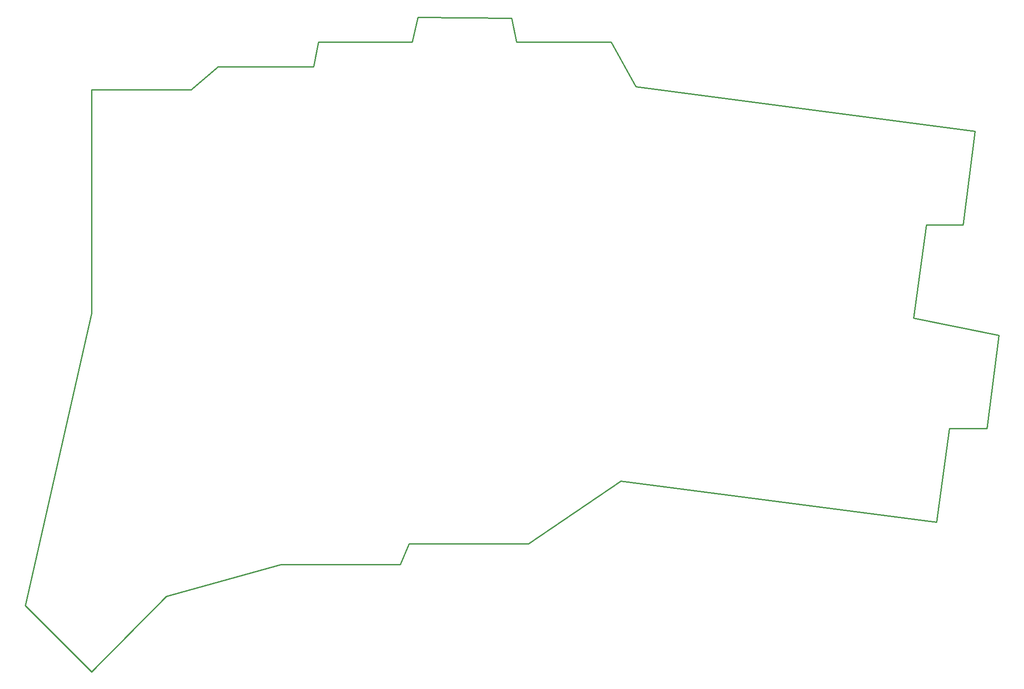
<source format=gko>
G04 Layer: BoardOutlineLayer*
G04 EasyEDA v6.5.23, 2023-04-24 17:16:31*
G04 8c4d49fcd7fc4e44909a734d2420ee08,351801b383604bb389f78a6fc88bd684,10*
G04 Gerber Generator version 0.2*
G04 Scale: 100 percent, Rotated: No, Reflected: No *
G04 Dimensions in inches *
G04 leading zeros omitted , absolute positions ,3 integer and 6 decimal *
%FSLAX36Y36*%
%MOIN*%

%ADD10C,0.0100*%
D10*
X3855005Y1025625D02*
G01*
X2955005Y1025625D01*
X2887505Y868125D01*
X1987505Y868125D01*
X1125005Y628125D01*
X562505Y58125D01*
X60005Y560625D01*
X562485Y2765630D01*
X562485Y4453130D01*
X1312484Y4453130D01*
X3855005Y1025625D02*
G01*
X4552505Y1498125D01*
X6930005Y1190625D01*
X7027505Y1895625D01*
X7312505Y1895625D01*
X7402505Y2600625D01*
X6757505Y2728125D01*
X6855005Y3433125D01*
X7132505Y3433125D01*
X7222505Y4138125D01*
X1312484Y4453130D02*
G01*
X1515005Y4625625D01*
X2235005Y4625625D01*
X2272505Y4813125D01*
X2977505Y4813125D01*
X3022505Y5000625D01*
X3727505Y4993125D01*
X3765005Y4813125D01*
X4477505Y4813125D01*
X4665005Y4475625D01*
X7222505Y4138125D01*

%LPD*%
M02*

</source>
